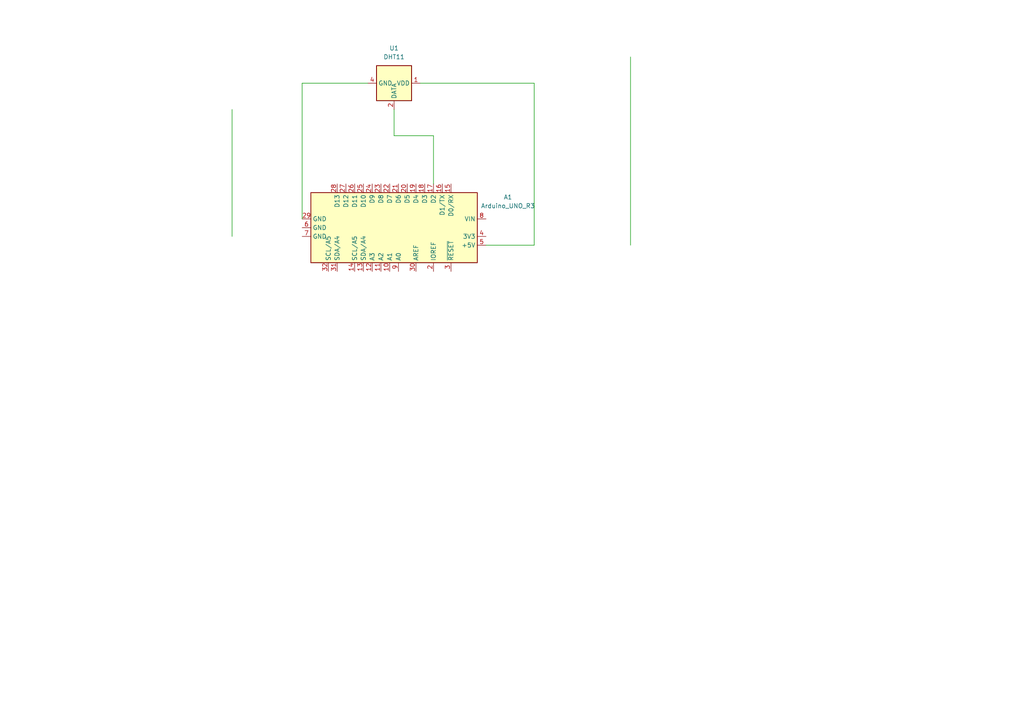
<source format=kicad_sch>
(kicad_sch
	(version 20231120)
	(generator "eeschema")
	(generator_version "8.0")
	(uuid "a9ea3b7c-488e-4be1-9e8f-11b63babdf3e")
	(paper "A4")
	(lib_symbols
		(symbol "MCU_Module:Arduino_UNO_R3"
			(exclude_from_sim no)
			(in_bom yes)
			(on_board yes)
			(property "Reference" "A"
				(at -10.16 23.495 0)
				(effects
					(font
						(size 1.27 1.27)
					)
					(justify left bottom)
				)
			)
			(property "Value" "Arduino_UNO_R3"
				(at 5.08 -26.67 0)
				(effects
					(font
						(size 1.27 1.27)
					)
					(justify left top)
				)
			)
			(property "Footprint" "Module:Arduino_UNO_R3"
				(at 0 0 0)
				(effects
					(font
						(size 1.27 1.27)
						(italic yes)
					)
					(hide yes)
				)
			)
			(property "Datasheet" "https://www.arduino.cc/en/Main/arduinoBoardUno"
				(at 0 0 0)
				(effects
					(font
						(size 1.27 1.27)
					)
					(hide yes)
				)
			)
			(property "Description" "Arduino UNO Microcontroller Module, release 3"
				(at 0 0 0)
				(effects
					(font
						(size 1.27 1.27)
					)
					(hide yes)
				)
			)
			(property "ki_keywords" "Arduino UNO R3 Microcontroller Module Atmel AVR USB"
				(at 0 0 0)
				(effects
					(font
						(size 1.27 1.27)
					)
					(hide yes)
				)
			)
			(property "ki_fp_filters" "Arduino*UNO*R3*"
				(at 0 0 0)
				(effects
					(font
						(size 1.27 1.27)
					)
					(hide yes)
				)
			)
			(symbol "Arduino_UNO_R3_0_1"
				(rectangle
					(start -10.16 22.86)
					(end 10.16 -25.4)
					(stroke
						(width 0.254)
						(type default)
					)
					(fill
						(type background)
					)
				)
			)
			(symbol "Arduino_UNO_R3_1_1"
				(pin no_connect line
					(at -10.16 -20.32 0)
					(length 2.54) hide
					(name "NC"
						(effects
							(font
								(size 1.27 1.27)
							)
						)
					)
					(number "1"
						(effects
							(font
								(size 1.27 1.27)
							)
						)
					)
				)
				(pin bidirectional line
					(at 12.7 -2.54 180)
					(length 2.54)
					(name "A1"
						(effects
							(font
								(size 1.27 1.27)
							)
						)
					)
					(number "10"
						(effects
							(font
								(size 1.27 1.27)
							)
						)
					)
				)
				(pin bidirectional line
					(at 12.7 -5.08 180)
					(length 2.54)
					(name "A2"
						(effects
							(font
								(size 1.27 1.27)
							)
						)
					)
					(number "11"
						(effects
							(font
								(size 1.27 1.27)
							)
						)
					)
				)
				(pin bidirectional line
					(at 12.7 -7.62 180)
					(length 2.54)
					(name "A3"
						(effects
							(font
								(size 1.27 1.27)
							)
						)
					)
					(number "12"
						(effects
							(font
								(size 1.27 1.27)
							)
						)
					)
				)
				(pin bidirectional line
					(at 12.7 -10.16 180)
					(length 2.54)
					(name "SDA/A4"
						(effects
							(font
								(size 1.27 1.27)
							)
						)
					)
					(number "13"
						(effects
							(font
								(size 1.27 1.27)
							)
						)
					)
				)
				(pin bidirectional line
					(at 12.7 -12.7 180)
					(length 2.54)
					(name "SCL/A5"
						(effects
							(font
								(size 1.27 1.27)
							)
						)
					)
					(number "14"
						(effects
							(font
								(size 1.27 1.27)
							)
						)
					)
				)
				(pin bidirectional line
					(at -12.7 15.24 0)
					(length 2.54)
					(name "D0/RX"
						(effects
							(font
								(size 1.27 1.27)
							)
						)
					)
					(number "15"
						(effects
							(font
								(size 1.27 1.27)
							)
						)
					)
				)
				(pin bidirectional line
					(at -12.7 12.7 0)
					(length 2.54)
					(name "D1/TX"
						(effects
							(font
								(size 1.27 1.27)
							)
						)
					)
					(number "16"
						(effects
							(font
								(size 1.27 1.27)
							)
						)
					)
				)
				(pin bidirectional line
					(at -12.7 10.16 0)
					(length 2.54)
					(name "D2"
						(effects
							(font
								(size 1.27 1.27)
							)
						)
					)
					(number "17"
						(effects
							(font
								(size 1.27 1.27)
							)
						)
					)
				)
				(pin bidirectional line
					(at -12.7 7.62 0)
					(length 2.54)
					(name "D3"
						(effects
							(font
								(size 1.27 1.27)
							)
						)
					)
					(number "18"
						(effects
							(font
								(size 1.27 1.27)
							)
						)
					)
				)
				(pin bidirectional line
					(at -12.7 5.08 0)
					(length 2.54)
					(name "D4"
						(effects
							(font
								(size 1.27 1.27)
							)
						)
					)
					(number "19"
						(effects
							(font
								(size 1.27 1.27)
							)
						)
					)
				)
				(pin output line
					(at 12.7 10.16 180)
					(length 2.54)
					(name "IOREF"
						(effects
							(font
								(size 1.27 1.27)
							)
						)
					)
					(number "2"
						(effects
							(font
								(size 1.27 1.27)
							)
						)
					)
				)
				(pin bidirectional line
					(at -12.7 2.54 0)
					(length 2.54)
					(name "D5"
						(effects
							(font
								(size 1.27 1.27)
							)
						)
					)
					(number "20"
						(effects
							(font
								(size 1.27 1.27)
							)
						)
					)
				)
				(pin bidirectional line
					(at -12.7 0 0)
					(length 2.54)
					(name "D6"
						(effects
							(font
								(size 1.27 1.27)
							)
						)
					)
					(number "21"
						(effects
							(font
								(size 1.27 1.27)
							)
						)
					)
				)
				(pin bidirectional line
					(at -12.7 -2.54 0)
					(length 2.54)
					(name "D7"
						(effects
							(font
								(size 1.27 1.27)
							)
						)
					)
					(number "22"
						(effects
							(font
								(size 1.27 1.27)
							)
						)
					)
				)
				(pin bidirectional line
					(at -12.7 -5.08 0)
					(length 2.54)
					(name "D8"
						(effects
							(font
								(size 1.27 1.27)
							)
						)
					)
					(number "23"
						(effects
							(font
								(size 1.27 1.27)
							)
						)
					)
				)
				(pin bidirectional line
					(at -12.7 -7.62 0)
					(length 2.54)
					(name "D9"
						(effects
							(font
								(size 1.27 1.27)
							)
						)
					)
					(number "24"
						(effects
							(font
								(size 1.27 1.27)
							)
						)
					)
				)
				(pin bidirectional line
					(at -12.7 -10.16 0)
					(length 2.54)
					(name "D10"
						(effects
							(font
								(size 1.27 1.27)
							)
						)
					)
					(number "25"
						(effects
							(font
								(size 1.27 1.27)
							)
						)
					)
				)
				(pin bidirectional line
					(at -12.7 -12.7 0)
					(length 2.54)
					(name "D11"
						(effects
							(font
								(size 1.27 1.27)
							)
						)
					)
					(number "26"
						(effects
							(font
								(size 1.27 1.27)
							)
						)
					)
				)
				(pin bidirectional line
					(at -12.7 -15.24 0)
					(length 2.54)
					(name "D12"
						(effects
							(font
								(size 1.27 1.27)
							)
						)
					)
					(number "27"
						(effects
							(font
								(size 1.27 1.27)
							)
						)
					)
				)
				(pin bidirectional line
					(at -12.7 -17.78 0)
					(length 2.54)
					(name "D13"
						(effects
							(font
								(size 1.27 1.27)
							)
						)
					)
					(number "28"
						(effects
							(font
								(size 1.27 1.27)
							)
						)
					)
				)
				(pin power_in line
					(at -2.54 -27.94 90)
					(length 2.54)
					(name "GND"
						(effects
							(font
								(size 1.27 1.27)
							)
						)
					)
					(number "29"
						(effects
							(font
								(size 1.27 1.27)
							)
						)
					)
				)
				(pin input line
					(at 12.7 15.24 180)
					(length 2.54)
					(name "~{RESET}"
						(effects
							(font
								(size 1.27 1.27)
							)
						)
					)
					(number "3"
						(effects
							(font
								(size 1.27 1.27)
							)
						)
					)
				)
				(pin input line
					(at 12.7 5.08 180)
					(length 2.54)
					(name "AREF"
						(effects
							(font
								(size 1.27 1.27)
							)
						)
					)
					(number "30"
						(effects
							(font
								(size 1.27 1.27)
							)
						)
					)
				)
				(pin bidirectional line
					(at 12.7 -17.78 180)
					(length 2.54)
					(name "SDA/A4"
						(effects
							(font
								(size 1.27 1.27)
							)
						)
					)
					(number "31"
						(effects
							(font
								(size 1.27 1.27)
							)
						)
					)
				)
				(pin bidirectional line
					(at 12.7 -20.32 180)
					(length 2.54)
					(name "SCL/A5"
						(effects
							(font
								(size 1.27 1.27)
							)
						)
					)
					(number "32"
						(effects
							(font
								(size 1.27 1.27)
							)
						)
					)
				)
				(pin power_out line
					(at 2.54 25.4 270)
					(length 2.54)
					(name "3V3"
						(effects
							(font
								(size 1.27 1.27)
							)
						)
					)
					(number "4"
						(effects
							(font
								(size 1.27 1.27)
							)
						)
					)
				)
				(pin power_out line
					(at 5.08 25.4 270)
					(length 2.54)
					(name "+5V"
						(effects
							(font
								(size 1.27 1.27)
							)
						)
					)
					(number "5"
						(effects
							(font
								(size 1.27 1.27)
							)
						)
					)
				)
				(pin power_in line
					(at 0 -27.94 90)
					(length 2.54)
					(name "GND"
						(effects
							(font
								(size 1.27 1.27)
							)
						)
					)
					(number "6"
						(effects
							(font
								(size 1.27 1.27)
							)
						)
					)
				)
				(pin power_in line
					(at 2.54 -27.94 90)
					(length 2.54)
					(name "GND"
						(effects
							(font
								(size 1.27 1.27)
							)
						)
					)
					(number "7"
						(effects
							(font
								(size 1.27 1.27)
							)
						)
					)
				)
				(pin power_in line
					(at -2.54 25.4 270)
					(length 2.54)
					(name "VIN"
						(effects
							(font
								(size 1.27 1.27)
							)
						)
					)
					(number "8"
						(effects
							(font
								(size 1.27 1.27)
							)
						)
					)
				)
				(pin bidirectional line
					(at 12.7 0 180)
					(length 2.54)
					(name "A0"
						(effects
							(font
								(size 1.27 1.27)
							)
						)
					)
					(number "9"
						(effects
							(font
								(size 1.27 1.27)
							)
						)
					)
				)
			)
		)
		(symbol "Sensor:DHT11"
			(exclude_from_sim no)
			(in_bom yes)
			(on_board yes)
			(property "Reference" "U"
				(at -3.81 6.35 0)
				(effects
					(font
						(size 1.27 1.27)
					)
				)
			)
			(property "Value" "DHT11"
				(at 3.81 6.35 0)
				(effects
					(font
						(size 1.27 1.27)
					)
				)
			)
			(property "Footprint" "Sensor:Aosong_DHT11_5.5x12.0_P2.54mm"
				(at 0 -10.16 0)
				(effects
					(font
						(size 1.27 1.27)
					)
					(hide yes)
				)
			)
			(property "Datasheet" "http://akizukidenshi.com/download/ds/aosong/DHT11.pdf"
				(at 3.81 6.35 0)
				(effects
					(font
						(size 1.27 1.27)
					)
					(hide yes)
				)
			)
			(property "Description" "3.3V to 5.5V, temperature and humidity module, DHT11"
				(at 0 0 0)
				(effects
					(font
						(size 1.27 1.27)
					)
					(hide yes)
				)
			)
			(property "ki_keywords" "digital sensor"
				(at 0 0 0)
				(effects
					(font
						(size 1.27 1.27)
					)
					(hide yes)
				)
			)
			(property "ki_fp_filters" "Aosong*DHT11*5.5x12.0*P2.54mm*"
				(at 0 0 0)
				(effects
					(font
						(size 1.27 1.27)
					)
					(hide yes)
				)
			)
			(symbol "DHT11_0_1"
				(rectangle
					(start -5.08 5.08)
					(end 5.08 -5.08)
					(stroke
						(width 0.254)
						(type default)
					)
					(fill
						(type background)
					)
				)
			)
			(symbol "DHT11_1_1"
				(pin power_in line
					(at 0 7.62 270)
					(length 2.54)
					(name "VDD"
						(effects
							(font
								(size 1.27 1.27)
							)
						)
					)
					(number "1"
						(effects
							(font
								(size 1.27 1.27)
							)
						)
					)
				)
				(pin bidirectional line
					(at 7.62 0 180)
					(length 2.54)
					(name "DATA"
						(effects
							(font
								(size 1.27 1.27)
							)
						)
					)
					(number "2"
						(effects
							(font
								(size 1.27 1.27)
							)
						)
					)
				)
				(pin no_connect line
					(at -5.08 0 0)
					(length 2.54) hide
					(name "NC"
						(effects
							(font
								(size 1.27 1.27)
							)
						)
					)
					(number "3"
						(effects
							(font
								(size 1.27 1.27)
							)
						)
					)
				)
				(pin power_in line
					(at 0 -7.62 90)
					(length 2.54)
					(name "GND"
						(effects
							(font
								(size 1.27 1.27)
							)
						)
					)
					(number "4"
						(effects
							(font
								(size 1.27 1.27)
							)
						)
					)
				)
			)
		)
	)
	(wire
		(pts
			(xy 125.73 39.37) (xy 114.3 39.37)
		)
		(stroke
			(width 0)
			(type default)
		)
		(uuid "0c6e831e-1403-45ca-a01b-9832b4653205")
	)
	(wire
		(pts
			(xy 154.94 24.13) (xy 154.94 71.12)
		)
		(stroke
			(width 0)
			(type default)
		)
		(uuid "3a122118-d5f2-4062-ad6f-b33ab5c1f218")
	)
	(wire
		(pts
			(xy 125.73 53.34) (xy 125.73 39.37)
		)
		(stroke
			(width 0)
			(type default)
		)
		(uuid "436fadfa-37e9-401b-8ad0-fd3035002e1e")
	)
	(wire
		(pts
			(xy 154.94 71.12) (xy 140.97 71.12)
		)
		(stroke
			(width 0)
			(type default)
		)
		(uuid "4bc0e064-3612-4a7d-b64b-3d231d273b7e")
	)
	(wire
		(pts
			(xy 87.63 24.13) (xy 106.68 24.13)
		)
		(stroke
			(width 0)
			(type default)
		)
		(uuid "640d82b7-3003-48b9-919e-49af6b787bb7")
	)
	(wire
		(pts
			(xy 67.31 68.58) (xy 67.31 31.75)
		)
		(stroke
			(width 0)
			(type default)
		)
		(uuid "855212b2-356f-4691-82cc-6a723dfe8756")
	)
	(wire
		(pts
			(xy 114.3 39.37) (xy 114.3 31.75)
		)
		(stroke
			(width 0)
			(type default)
		)
		(uuid "a26b2950-0f56-4e11-8c89-9c4a23cae735")
	)
	(wire
		(pts
			(xy 87.63 63.5) (xy 87.63 24.13)
		)
		(stroke
			(width 0)
			(type default)
		)
		(uuid "d3665284-2c48-4cde-b461-15c8abb9d166")
	)
	(wire
		(pts
			(xy 182.88 16.51) (xy 182.88 71.12)
		)
		(stroke
			(width 0)
			(type default)
		)
		(uuid "d717f051-04f0-4052-a98f-024202ad823d")
	)
	(wire
		(pts
			(xy 121.92 24.13) (xy 154.94 24.13)
		)
		(stroke
			(width 0)
			(type default)
		)
		(uuid "f195a0fc-483d-4e5c-93ec-12bfe2c50292")
	)
	(symbol
		(lib_id "MCU_Module:Arduino_UNO_R3")
		(at 115.57 66.04 270)
		(unit 1)
		(exclude_from_sim no)
		(in_bom yes)
		(on_board yes)
		(dnp no)
		(fields_autoplaced yes)
		(uuid "b72fd781-b3b9-4829-a7b1-d7f5095e5616")
		(property "Reference" "A1"
			(at 147.32 57.1814 90)
			(effects
				(font
					(size 1.27 1.27)
				)
			)
		)
		(property "Value" "Arduino_UNO_R3"
			(at 147.32 59.7214 90)
			(effects
				(font
					(size 1.27 1.27)
				)
			)
		)
		(property "Footprint" "Module:Arduino_UNO_R3"
			(at 115.57 66.04 0)
			(effects
				(font
					(size 1.27 1.27)
					(italic yes)
				)
				(hide yes)
			)
		)
		(property "Datasheet" "https://www.arduino.cc/en/Main/arduinoBoardUno"
			(at 115.57 66.04 0)
			(effects
				(font
					(size 1.27 1.27)
				)
				(hide yes)
			)
		)
		(property "Description" "Arduino UNO Microcontroller Module, release 3"
			(at 115.57 66.04 0)
			(effects
				(font
					(size 1.27 1.27)
				)
				(hide yes)
			)
		)
		(pin "8"
			(uuid "e43a705d-0b21-4a5a-bc38-7e55d636f427")
		)
		(pin "26"
			(uuid "c8ed9e21-82c2-4411-b7a3-2f7178f2b1b9")
		)
		(pin "27"
			(uuid "986cef59-07d5-4e37-984a-de1873fe0ec1")
		)
		(pin "25"
			(uuid "897e46df-f3ad-43f9-a00f-2b7dabc11664")
		)
		(pin "13"
			(uuid "df69156c-e2fb-44e6-ab23-ba6e0884d410")
		)
		(pin "18"
			(uuid "3aab6a14-e807-4c97-911e-78ff2acad5eb")
		)
		(pin "16"
			(uuid "4003801c-5c36-4cab-b8c5-fb5a4be61586")
		)
		(pin "2"
			(uuid "599ea8e2-2b23-41b5-a054-c26185155c0d")
		)
		(pin "4"
			(uuid "3ba92dcb-8ed7-4e4e-9ace-0b47073a30da")
		)
		(pin "19"
			(uuid "4189ab10-10d7-4fe5-8fdf-3bf32eaa0dd0")
		)
		(pin "17"
			(uuid "3c5a949c-a832-4e20-ae60-1c06e99f4631")
		)
		(pin "3"
			(uuid "5edaac2c-3d7c-48ed-960e-b565c12e9da0")
		)
		(pin "29"
			(uuid "ecf57e6b-64dd-4a75-b3f9-8a921fc0434c")
		)
		(pin "11"
			(uuid "27cb7854-de92-4a8b-9053-cb861ab96792")
		)
		(pin "7"
			(uuid "c5e4ee05-4391-4e29-8eab-5062bdd64370")
		)
		(pin "22"
			(uuid "c228c6dc-1bc0-407a-aa59-82f290db3cb4")
		)
		(pin "28"
			(uuid "c69d9f8f-8b82-4139-80d7-d8d8d468652b")
		)
		(pin "6"
			(uuid "fd8d2320-ee89-46dd-83c8-6b16ebaaa0fb")
		)
		(pin "5"
			(uuid "ca139a35-763d-4c26-89f3-8729b3309093")
		)
		(pin "21"
			(uuid "278cf62b-222f-4b5d-8c6b-d0c50a5acc1d")
		)
		(pin "24"
			(uuid "11e762f6-726f-47b0-81f0-7374b88ea57a")
		)
		(pin "14"
			(uuid "19608694-d412-4af6-a125-40fb9278e27e")
		)
		(pin "32"
			(uuid "bf9240a5-13b8-44b2-adc8-95f5eb15bb18")
		)
		(pin "30"
			(uuid "f858c356-59ad-488d-b853-dcab62eeb29f")
		)
		(pin "12"
			(uuid "8fd3d7ff-5b71-44ed-83d4-d859296887f2")
		)
		(pin "10"
			(uuid "06f4d7bc-c8b2-46c5-8c9a-5dd90dff5519")
		)
		(pin "31"
			(uuid "8b26f75a-bbab-4e6e-b3d9-51b785247dcd")
		)
		(pin "1"
			(uuid "b59b792d-de81-40ee-b9cb-65d252b47bdd")
		)
		(pin "9"
			(uuid "fe046b64-e339-49ce-9e1e-4212cf052702")
		)
		(pin "15"
			(uuid "a9853d7d-c403-49a2-948e-c91116b7d231")
		)
		(pin "20"
			(uuid "6d856285-2d99-4d17-941d-5dfc4ff20f71")
		)
		(pin "23"
			(uuid "95b3fb7b-7e56-4649-86df-c04a01a81791")
		)
		(instances
			(project ""
				(path "/a9ea3b7c-488e-4be1-9e8f-11b63babdf3e"
					(reference "A1")
					(unit 1)
				)
			)
		)
	)
	(symbol
		(lib_id "Sensor:DHT11")
		(at 114.3 24.13 270)
		(unit 1)
		(exclude_from_sim no)
		(in_bom yes)
		(on_board yes)
		(dnp no)
		(fields_autoplaced yes)
		(uuid "f3ef3b61-c841-42a4-95b4-d8ed169d8a24")
		(property "Reference" "U1"
			(at 114.3 13.97 90)
			(effects
				(font
					(size 1.27 1.27)
				)
			)
		)
		(property "Value" "DHT11"
			(at 114.3 16.51 90)
			(effects
				(font
					(size 1.27 1.27)
				)
			)
		)
		(property "Footprint" "Sensor:Aosong_DHT11_5.5x12.0_P2.54mm"
			(at 104.14 24.13 0)
			(effects
				(font
					(size 1.27 1.27)
				)
				(hide yes)
			)
		)
		(property "Datasheet" "http://akizukidenshi.com/download/ds/aosong/DHT11.pdf"
			(at 120.65 27.94 0)
			(effects
				(font
					(size 1.27 1.27)
				)
				(hide yes)
			)
		)
		(property "Description" "3.3V to 5.5V, temperature and humidity module, DHT11"
			(at 114.3 24.13 0)
			(effects
				(font
					(size 1.27 1.27)
				)
				(hide yes)
			)
		)
		(pin "2"
			(uuid "50c30408-b944-448f-9cfa-2757caf319a8")
		)
		(pin "4"
			(uuid "7c0c67ca-7879-48f6-8563-9acc08f3394c")
		)
		(pin "1"
			(uuid "561a1102-304f-4f76-a95b-08514a336794")
		)
		(pin "3"
			(uuid "b42dcdb4-4d67-4850-86da-04bbb6ec7741")
		)
		(instances
			(project ""
				(path "/a9ea3b7c-488e-4be1-9e8f-11b63babdf3e"
					(reference "U1")
					(unit 1)
				)
			)
		)
	)
	(sheet_instances
		(path "/"
			(page "1")
		)
	)
)

</source>
